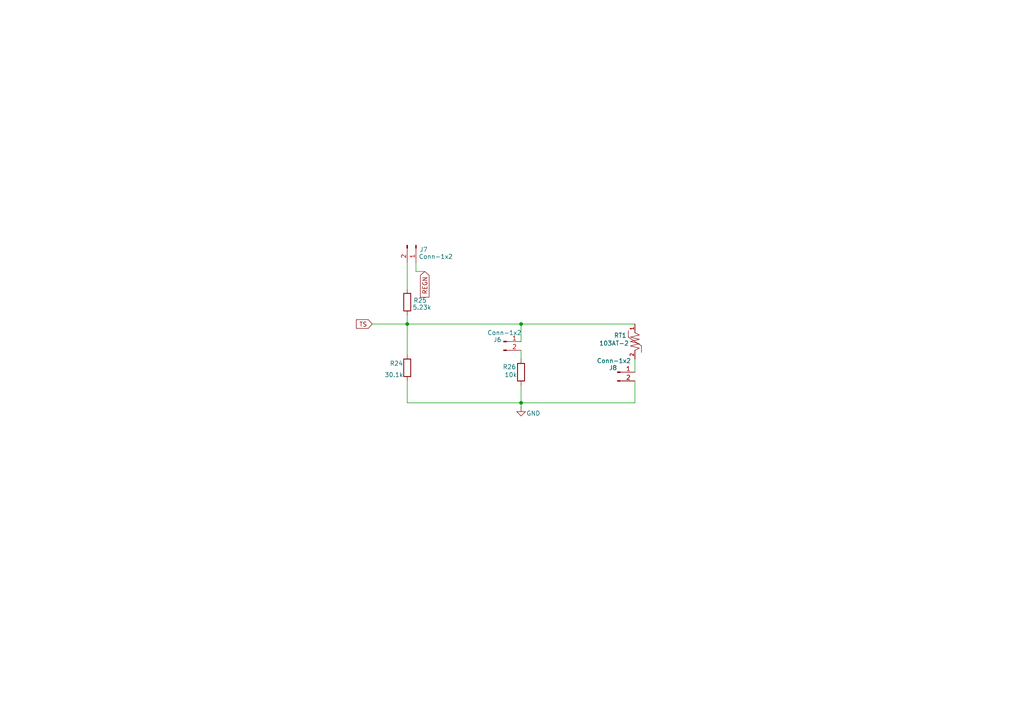
<source format=kicad_sch>
(kicad_sch (version 20250114) (generator "eeschema") (generator_version "9.0")
  (paper "A4")
  (lib_symbols
    (symbol "103AT-2:103AT-2" (pin_names (offset 1.016))
      (property "Reference" "RT" (at -3.81 2.7686 0))
      (property "Value" "103AT-2" (at -3.81 -4.572 0))
      (symbol "103AT-2_0_0"
        (polyline (pts (xy -3.175 -1.905) (xy -1.27 -1.905)) (stroke (width 0.1524)))
        (polyline (pts (xy -2.54 0) (xy -1.905 1.27)) (stroke (width 0.1524)))
        (polyline (pts (xy -1.905 1.27) (xy -1.27 -1.27)) (stroke (width 0.1524)))
        (polyline (pts (xy -1.27 -1.27) (xy -0.635 1.27)) (stroke (width 0.1524)))
        (polyline (pts (xy -1.27 -1.905) (xy 1.27 1.905)) (stroke (width 0.1524)))
        (polyline (pts (xy -0.635 1.27) (xy 0 -1.27)) (stroke (width 0.1524)))
        (polyline (pts (xy 0 -1.27) (xy 0.635 1.27)) (stroke (width 0.1524)))
        (polyline (pts (xy 0.635 1.27) (xy 1.27 -1.27)) (stroke (width 0.1524)))
        (polyline (pts (xy 1.27 1.905) (xy 3.175 1.905)) (stroke (width 0.1524)))
        (polyline (pts (xy 1.27 -1.27) (xy 1.905 1.27)) (stroke (width 0.1524)))
        (polyline (pts (xy 1.905 1.27) (xy 2.54 0)) (stroke (width 0.1524)))
        (pin passive line (at -5.08 0 0) (length 2.54) (name "~") (number "1"))
        (pin passive line (at 5.08 0 180) (length 2.54) (name "~") (number "2"))
      )
    )
    (symbol "Connector:Conn_01x02_Pin" (pin_names (offset 1.016) (hide yes))
      (property "Reference" "J" (at 0 2.54 0))
      (property "Value" "Conn_01x02_Pin" (at 0 -5.08 0))
      (symbol "Conn_01x02_Pin_1_1"
        (rectangle (start 0.8636 0.127) (end 0 -0.127) (stroke (width 0.1524)) (fill (type outline)))
        (rectangle (start 0.8636 -2.413) (end 0 -2.667) (stroke (width 0.1524)) (fill (type outline)))
        (polyline (pts (xy 1.27 0) (xy 0.8636 0)) (stroke (width 0.1524)))
        (polyline (pts (xy 1.27 -2.54) (xy 0.8636 -2.54)) (stroke (width 0.1524)))
        (pin passive line (at 5.08 0 180) (length 3.81) (name "Pin_1") (number "1"))
        (pin passive line (at 5.08 -2.54 180) (length 3.81) (name "Pin_2") (number "2"))
      )
    )
    (symbol "Device:R" (pin_numbers (hide yes)) (pin_names (offset 0))
      (property "Reference" "R" (at 2.032 0 90))
      (property "Value" "R" (at 0 0 90))
      (symbol "R_0_1"
        (rectangle (start -1.016 -2.54) (end 1.016 2.54) (stroke (width 0.254)))
      )
      (symbol "R_1_1"
        (pin passive line (at 0 3.81 270) (length 1.27) (name "~") (number "1"))
        (pin passive line (at 0 -3.81 90) (length 1.27) (name "~") (number "2"))
      )
    )
    (symbol "power:GND" (power) (pin_numbers (hide yes)) (pin_names (offset 0) (hide yes))
      (property "Value" "GND" (at 0 -3.81 0))
      (symbol "GND_0_1"
        (polyline (pts (xy 0 0) (xy 0 -1.27) (xy 1.27 -1.27) (xy 0 -2.54) (xy -1.27 -1.27) (xy 0 -1.27)))
      )
      (symbol "GND_1_1"
        (pin power_in line (at 0 0 270) (length 0) (name "~") (number "1"))
      )
    )
  )
  (junction (at 151.13 93.98))
  (junction (at 151.13 116.84))
  (junction (at 118.11 93.98))
  (wire (pts (xy 118.11 93.98) (xy 118.11 102.87)))
  (wire (pts (xy 151.13 111.76) (xy 151.13 116.84)))
  (wire (pts (xy 118.11 116.84) (xy 151.13 116.84)))
  (wire (pts (xy 151.13 116.84) (xy 184.15 116.84)))
  (wire (pts (xy 151.13 93.98) (xy 151.13 99.06)))
  (wire (pts (xy 184.15 104.14) (xy 184.15 107.95)))
  (wire (pts (xy 118.11 93.98) (xy 151.13 93.98)))
  (wire (pts (xy 118.11 76.2) (xy 118.11 83.82)))
  (wire (pts (xy 118.11 91.44) (xy 118.11 93.98)))
  (wire (pts (xy 151.13 101.6) (xy 151.13 104.14)))
  (wire (pts (xy 118.11 110.49) (xy 118.11 116.84)))
  (wire (pts (xy 151.13 93.98) (xy 184.15 93.98)))
  (wire (pts (xy 107.95 93.98) (xy 118.11 93.98)))
  (wire (pts (xy 184.15 110.49) (xy 184.15 116.84)))
  (wire (pts (xy 120.65 76.2) (xy 120.65 78.74)))
  (wire (pts (xy 123.19 78.74) (xy 120.65 78.74)))
  (wire (pts (xy 151.13 116.84) (xy 151.13 118.11)))
  (global_label "TS" (shape input) (at 107.95 93.98 180) (property "Intersheetrefs" "${INTERSHEET_REFS}" (effects (hide yes))))
  (global_label "REGN" (shape input) (at 123.19 78.74 270) (property "Intersheetrefs" "${INTERSHEET_REFS}" (effects (hide yes))))
  (symbol (lib_id "103AT-2:103AT-2") (at 184.15 99.06 270) (unit 1)
    (property "Reference" "RT1" (at 178.054 97.282 90) (effects (justify left)))
    (property "Value" "103AT-2" (at 173.736 99.568 90) (effects (justify left)))
    (property "Footprint" "bmsfootprints:103AT-2" (effects (hide yes)))
    (property "MF" "Semitec" (effects (hide yes)))
    (property "Description_1" "Thermistor NTC 10KOhm 1% 2-Pin" (effects (hide yes)))
    (property "Package" "None" (effects (hide yes)))
    (property "Price" "None" (effects (hide yes)))
    (property "SnapEDA_Link" "https://www.snapeda.com/parts/103AT-2/Semitec/view-part/?ref=snap" (effects (hide yes)))
    (property "MP" "103AT-2" (effects (hide yes)))
    (property "Availability" "In Stock" (effects (hide yes)))
    (property "Check_prices" "https://www.snapeda.com/parts/103AT-2/Semitec/view-part/?ref=eda" (effects (hide yes)))
  )
  (symbol (lib_id "power:GND") (at 151.13 118.11 0) (unit 1)
    (property "Reference" "#PWR023" (effects (hide yes)))
    (property "Value" "GND" (at 154.686 119.888 0))
    (property "Description" "Power symbol creates a global label with name \"GND\" , ground" (effects (hide yes)))
  )
  (symbol (lib_id "Connector:Conn_01x02_Pin") (at 179.07 107.95 0) (unit 1)
    (property "Reference" "J8" (at 177.8 106.68 0))
    (property "Value" "Conn-1x2" (at 178.054 104.648 0))
    (property "Footprint" "Connector_PinHeader_2.54mm:PinHeader_1x02_P2.54mm_Vertical" (effects (hide yes)))
    (property "Description" "Generic connector, single row, 01x02, script generated" (effects (hide yes)))
  )
  (symbol (lib_id "Device:R") (at 151.13 107.95 180) (unit 1)
    (property "Reference" "R26" (at 145.796 106.426 0) (effects (justify right)))
    (property "Value" "10k" (at 146.304 108.712 0) (effects (justify right)))
    (property "Footprint" "Resistor_SMD:R_0603_1608Metric" (effects (hide yes)))
    (property "Description" "Resistor" (effects (hide yes)))
  )
  (symbol (lib_id "Device:R") (at 118.11 87.63 180) (unit 1)
    (property "Reference" "R25" (at 119.888 87.122 0) (effects (justify right)))
    (property "Value" "5.23k" (at 119.634 89.154 0) (effects (justify right)))
    (property "Footprint" "Resistor_SMD:R_0603_1608Metric" (effects (hide yes)))
    (property "Description" "Resistor" (effects (hide yes)))
  )
  (symbol (lib_id "Connector:Conn_01x02_Pin") (at 120.65 71.12 270) (unit 1)
    (property "Reference" "J7" (at 121.666 72.39 90) (effects (justify left)))
    (property "Value" "Conn-1x2" (at 121.412 74.422 90) (effects (justify left)))
    (property "Footprint" "Connector_PinHeader_2.54mm:PinHeader_1x02_P2.54mm_Vertical" (effects (hide yes)))
    (property "Description" "Generic connector, single row, 01x02, script generated" (effects (hide yes)))
  )
  (symbol (lib_id "Connector:Conn_01x02_Pin") (at 146.05 99.06 0) (unit 1)
    (property "Reference" "J6" (at 144.272 98.552 0))
    (property "Value" "Conn-1x2" (at 146.304 96.52 0))
    (property "Footprint" "Connector_PinHeader_2.54mm:PinHeader_1x02_P2.54mm_Vertical" (effects (hide yes)))
    (property "Description" "Generic connector, single row, 01x02, script generated" (effects (hide yes)))
  )
  (symbol (lib_id "Device:R") (at 118.11 106.68 180) (unit 1)
    (property "Reference" "R24" (at 113.03 105.41 0) (effects (justify right)))
    (property "Value" "30.1k" (at 111.506 108.712 0) (effects (justify right)))
    (property "Footprint" "Resistor_SMD:R_0402_1005Metric" (effects (hide yes)))
    (property "Description" "Resistor" (effects (hide yes)))
  )
)
</source>
